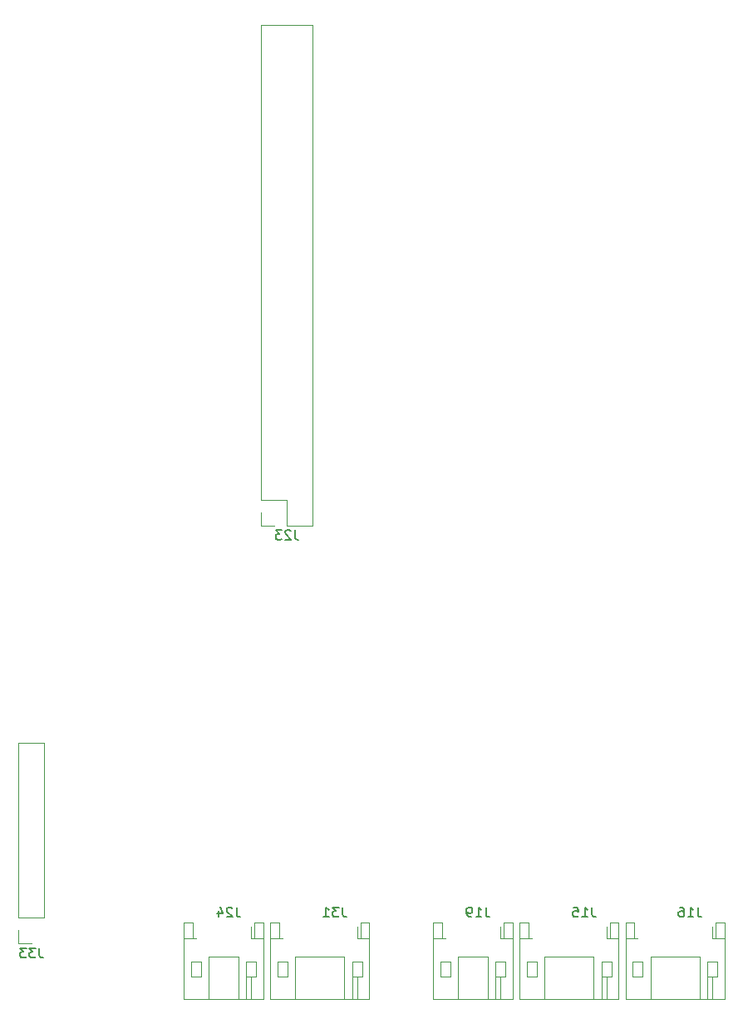
<source format=gbr>
G04 #@! TF.FileFunction,Legend,Bot*
%FSLAX46Y46*%
G04 Gerber Fmt 4.6, Leading zero omitted, Abs format (unit mm)*
G04 Created by KiCad (PCBNEW 4.0.7) date 03/02/18 17:19:26*
%MOMM*%
%LPD*%
G01*
G04 APERTURE LIST*
%ADD10C,0.100000*%
%ADD11C,0.120000*%
%ADD12C,0.150000*%
G04 APERTURE END LIST*
D10*
D11*
X166505000Y-162560000D02*
X166505000Y-158210000D01*
X166505000Y-158210000D02*
X161505000Y-158210000D01*
X161505000Y-158210000D02*
X161505000Y-162560000D01*
X167805000Y-156360000D02*
X168155000Y-156360000D01*
X168155000Y-156360000D02*
X168155000Y-154760000D01*
X168155000Y-154760000D02*
X169055000Y-154760000D01*
X169055000Y-154760000D02*
X169055000Y-162560000D01*
X169055000Y-162560000D02*
X158955000Y-162560000D01*
X158955000Y-162560000D02*
X158955000Y-154760000D01*
X158955000Y-154760000D02*
X159855000Y-154760000D01*
X159855000Y-154760000D02*
X159855000Y-156360000D01*
X159855000Y-156360000D02*
X160205000Y-156360000D01*
X169055000Y-156360000D02*
X168155000Y-156360000D01*
X158955000Y-156360000D02*
X159855000Y-156360000D01*
X168305000Y-158710000D02*
X168305000Y-160310000D01*
X168305000Y-160310000D02*
X167305000Y-160310000D01*
X167305000Y-160310000D02*
X167305000Y-158710000D01*
X167305000Y-158710000D02*
X168305000Y-158710000D01*
X159705000Y-158710000D02*
X159705000Y-160310000D01*
X159705000Y-160310000D02*
X160705000Y-160310000D01*
X160705000Y-160310000D02*
X160705000Y-158710000D01*
X160705000Y-158710000D02*
X159705000Y-158710000D01*
X167305000Y-160310000D02*
X167305000Y-162560000D01*
X167805000Y-160310000D02*
X167805000Y-162560000D01*
X167805000Y-156360000D02*
X167805000Y-155160000D01*
X177300000Y-162560000D02*
X177300000Y-158210000D01*
X177300000Y-158210000D02*
X172300000Y-158210000D01*
X172300000Y-158210000D02*
X172300000Y-162560000D01*
X178600000Y-156360000D02*
X178950000Y-156360000D01*
X178950000Y-156360000D02*
X178950000Y-154760000D01*
X178950000Y-154760000D02*
X179850000Y-154760000D01*
X179850000Y-154760000D02*
X179850000Y-162560000D01*
X179850000Y-162560000D02*
X169750000Y-162560000D01*
X169750000Y-162560000D02*
X169750000Y-154760000D01*
X169750000Y-154760000D02*
X170650000Y-154760000D01*
X170650000Y-154760000D02*
X170650000Y-156360000D01*
X170650000Y-156360000D02*
X171000000Y-156360000D01*
X179850000Y-156360000D02*
X178950000Y-156360000D01*
X169750000Y-156360000D02*
X170650000Y-156360000D01*
X179100000Y-158710000D02*
X179100000Y-160310000D01*
X179100000Y-160310000D02*
X178100000Y-160310000D01*
X178100000Y-160310000D02*
X178100000Y-158710000D01*
X178100000Y-158710000D02*
X179100000Y-158710000D01*
X170500000Y-158710000D02*
X170500000Y-160310000D01*
X170500000Y-160310000D02*
X171500000Y-160310000D01*
X171500000Y-160310000D02*
X171500000Y-158710000D01*
X171500000Y-158710000D02*
X170500000Y-158710000D01*
X178100000Y-160310000D02*
X178100000Y-162560000D01*
X178600000Y-160310000D02*
X178600000Y-162560000D01*
X178600000Y-156360000D02*
X178600000Y-155160000D01*
X155710000Y-162560000D02*
X155710000Y-158210000D01*
X155710000Y-158210000D02*
X152710000Y-158210000D01*
X152710000Y-158210000D02*
X152710000Y-162560000D01*
X157010000Y-156360000D02*
X157360000Y-156360000D01*
X157360000Y-156360000D02*
X157360000Y-154760000D01*
X157360000Y-154760000D02*
X158260000Y-154760000D01*
X158260000Y-154760000D02*
X158260000Y-162560000D01*
X158260000Y-162560000D02*
X150160000Y-162560000D01*
X150160000Y-162560000D02*
X150160000Y-154760000D01*
X150160000Y-154760000D02*
X151060000Y-154760000D01*
X151060000Y-154760000D02*
X151060000Y-156360000D01*
X151060000Y-156360000D02*
X151410000Y-156360000D01*
X158260000Y-156360000D02*
X157360000Y-156360000D01*
X150160000Y-156360000D02*
X151060000Y-156360000D01*
X157510000Y-158710000D02*
X157510000Y-160310000D01*
X157510000Y-160310000D02*
X156510000Y-160310000D01*
X156510000Y-160310000D02*
X156510000Y-158710000D01*
X156510000Y-158710000D02*
X157510000Y-158710000D01*
X150910000Y-158710000D02*
X150910000Y-160310000D01*
X150910000Y-160310000D02*
X151910000Y-160310000D01*
X151910000Y-160310000D02*
X151910000Y-158710000D01*
X151910000Y-158710000D02*
X150910000Y-158710000D01*
X156510000Y-160310000D02*
X156510000Y-162560000D01*
X157010000Y-160310000D02*
X157010000Y-162560000D01*
X157010000Y-156360000D02*
X157010000Y-155160000D01*
X130310000Y-162560000D02*
X130310000Y-158210000D01*
X130310000Y-158210000D02*
X127310000Y-158210000D01*
X127310000Y-158210000D02*
X127310000Y-162560000D01*
X131610000Y-156360000D02*
X131960000Y-156360000D01*
X131960000Y-156360000D02*
X131960000Y-154760000D01*
X131960000Y-154760000D02*
X132860000Y-154760000D01*
X132860000Y-154760000D02*
X132860000Y-162560000D01*
X132860000Y-162560000D02*
X124760000Y-162560000D01*
X124760000Y-162560000D02*
X124760000Y-154760000D01*
X124760000Y-154760000D02*
X125660000Y-154760000D01*
X125660000Y-154760000D02*
X125660000Y-156360000D01*
X125660000Y-156360000D02*
X126010000Y-156360000D01*
X132860000Y-156360000D02*
X131960000Y-156360000D01*
X124760000Y-156360000D02*
X125660000Y-156360000D01*
X132110000Y-158710000D02*
X132110000Y-160310000D01*
X132110000Y-160310000D02*
X131110000Y-160310000D01*
X131110000Y-160310000D02*
X131110000Y-158710000D01*
X131110000Y-158710000D02*
X132110000Y-158710000D01*
X125510000Y-158710000D02*
X125510000Y-160310000D01*
X125510000Y-160310000D02*
X126510000Y-160310000D01*
X126510000Y-160310000D02*
X126510000Y-158710000D01*
X126510000Y-158710000D02*
X125510000Y-158710000D01*
X131110000Y-160310000D02*
X131110000Y-162560000D01*
X131610000Y-160310000D02*
X131610000Y-162560000D01*
X131610000Y-156360000D02*
X131610000Y-155160000D01*
X141105000Y-162560000D02*
X141105000Y-158210000D01*
X141105000Y-158210000D02*
X136105000Y-158210000D01*
X136105000Y-158210000D02*
X136105000Y-162560000D01*
X142405000Y-156360000D02*
X142755000Y-156360000D01*
X142755000Y-156360000D02*
X142755000Y-154760000D01*
X142755000Y-154760000D02*
X143655000Y-154760000D01*
X143655000Y-154760000D02*
X143655000Y-162560000D01*
X143655000Y-162560000D02*
X133555000Y-162560000D01*
X133555000Y-162560000D02*
X133555000Y-154760000D01*
X133555000Y-154760000D02*
X134455000Y-154760000D01*
X134455000Y-154760000D02*
X134455000Y-156360000D01*
X134455000Y-156360000D02*
X134805000Y-156360000D01*
X143655000Y-156360000D02*
X142755000Y-156360000D01*
X133555000Y-156360000D02*
X134455000Y-156360000D01*
X142905000Y-158710000D02*
X142905000Y-160310000D01*
X142905000Y-160310000D02*
X141905000Y-160310000D01*
X141905000Y-160310000D02*
X141905000Y-158710000D01*
X141905000Y-158710000D02*
X142905000Y-158710000D01*
X134305000Y-158710000D02*
X134305000Y-160310000D01*
X134305000Y-160310000D02*
X135305000Y-160310000D01*
X135305000Y-160310000D02*
X135305000Y-158710000D01*
X135305000Y-158710000D02*
X134305000Y-158710000D01*
X141905000Y-160310000D02*
X141905000Y-162560000D01*
X142405000Y-160310000D02*
X142405000Y-162560000D01*
X142405000Y-156360000D02*
X142405000Y-155160000D01*
X107890000Y-154305000D02*
X107890000Y-136465000D01*
X107890000Y-136465000D02*
X110550000Y-136465000D01*
X110550000Y-136465000D02*
X110550000Y-154305000D01*
X110550000Y-154305000D02*
X107890000Y-154305000D01*
X107890000Y-155575000D02*
X107890000Y-156905000D01*
X107890000Y-156905000D02*
X109220000Y-156905000D01*
X132655000Y-63440000D02*
X137855000Y-63440000D01*
X132655000Y-111760000D02*
X132655000Y-63440000D01*
X137855000Y-114360000D02*
X137855000Y-63440000D01*
X132655000Y-111760000D02*
X135255000Y-111760000D01*
X135255000Y-111760000D02*
X135255000Y-114360000D01*
X135255000Y-114360000D02*
X137855000Y-114360000D01*
X132655000Y-113030000D02*
X132655000Y-114360000D01*
X132655000Y-114360000D02*
X133985000Y-114360000D01*
D12*
X166314523Y-153212381D02*
X166314523Y-153926667D01*
X166362143Y-154069524D01*
X166457381Y-154164762D01*
X166600238Y-154212381D01*
X166695476Y-154212381D01*
X165314523Y-154212381D02*
X165885952Y-154212381D01*
X165600238Y-154212381D02*
X165600238Y-153212381D01*
X165695476Y-153355238D01*
X165790714Y-153450476D01*
X165885952Y-153498095D01*
X164409761Y-153212381D02*
X164885952Y-153212381D01*
X164933571Y-153688571D01*
X164885952Y-153640952D01*
X164790714Y-153593333D01*
X164552618Y-153593333D01*
X164457380Y-153640952D01*
X164409761Y-153688571D01*
X164362142Y-153783810D01*
X164362142Y-154021905D01*
X164409761Y-154117143D01*
X164457380Y-154164762D01*
X164552618Y-154212381D01*
X164790714Y-154212381D01*
X164885952Y-154164762D01*
X164933571Y-154117143D01*
X177109523Y-153212381D02*
X177109523Y-153926667D01*
X177157143Y-154069524D01*
X177252381Y-154164762D01*
X177395238Y-154212381D01*
X177490476Y-154212381D01*
X176109523Y-154212381D02*
X176680952Y-154212381D01*
X176395238Y-154212381D02*
X176395238Y-153212381D01*
X176490476Y-153355238D01*
X176585714Y-153450476D01*
X176680952Y-153498095D01*
X175252380Y-153212381D02*
X175442857Y-153212381D01*
X175538095Y-153260000D01*
X175585714Y-153307619D01*
X175680952Y-153450476D01*
X175728571Y-153640952D01*
X175728571Y-154021905D01*
X175680952Y-154117143D01*
X175633333Y-154164762D01*
X175538095Y-154212381D01*
X175347618Y-154212381D01*
X175252380Y-154164762D01*
X175204761Y-154117143D01*
X175157142Y-154021905D01*
X175157142Y-153783810D01*
X175204761Y-153688571D01*
X175252380Y-153640952D01*
X175347618Y-153593333D01*
X175538095Y-153593333D01*
X175633333Y-153640952D01*
X175680952Y-153688571D01*
X175728571Y-153783810D01*
X155519523Y-153212381D02*
X155519523Y-153926667D01*
X155567143Y-154069524D01*
X155662381Y-154164762D01*
X155805238Y-154212381D01*
X155900476Y-154212381D01*
X154519523Y-154212381D02*
X155090952Y-154212381D01*
X154805238Y-154212381D02*
X154805238Y-153212381D01*
X154900476Y-153355238D01*
X154995714Y-153450476D01*
X155090952Y-153498095D01*
X154043333Y-154212381D02*
X153852857Y-154212381D01*
X153757618Y-154164762D01*
X153709999Y-154117143D01*
X153614761Y-153974286D01*
X153567142Y-153783810D01*
X153567142Y-153402857D01*
X153614761Y-153307619D01*
X153662380Y-153260000D01*
X153757618Y-153212381D01*
X153948095Y-153212381D01*
X154043333Y-153260000D01*
X154090952Y-153307619D01*
X154138571Y-153402857D01*
X154138571Y-153640952D01*
X154090952Y-153736190D01*
X154043333Y-153783810D01*
X153948095Y-153831429D01*
X153757618Y-153831429D01*
X153662380Y-153783810D01*
X153614761Y-153736190D01*
X153567142Y-153640952D01*
X130119523Y-153212381D02*
X130119523Y-153926667D01*
X130167143Y-154069524D01*
X130262381Y-154164762D01*
X130405238Y-154212381D01*
X130500476Y-154212381D01*
X129690952Y-153307619D02*
X129643333Y-153260000D01*
X129548095Y-153212381D01*
X129309999Y-153212381D01*
X129214761Y-153260000D01*
X129167142Y-153307619D01*
X129119523Y-153402857D01*
X129119523Y-153498095D01*
X129167142Y-153640952D01*
X129738571Y-154212381D01*
X129119523Y-154212381D01*
X128262380Y-153545714D02*
X128262380Y-154212381D01*
X128500476Y-153164762D02*
X128738571Y-153879048D01*
X128119523Y-153879048D01*
X140914523Y-153212381D02*
X140914523Y-153926667D01*
X140962143Y-154069524D01*
X141057381Y-154164762D01*
X141200238Y-154212381D01*
X141295476Y-154212381D01*
X140533571Y-153212381D02*
X139914523Y-153212381D01*
X140247857Y-153593333D01*
X140104999Y-153593333D01*
X140009761Y-153640952D01*
X139962142Y-153688571D01*
X139914523Y-153783810D01*
X139914523Y-154021905D01*
X139962142Y-154117143D01*
X140009761Y-154164762D01*
X140104999Y-154212381D01*
X140390714Y-154212381D01*
X140485952Y-154164762D01*
X140533571Y-154117143D01*
X138962142Y-154212381D02*
X139533571Y-154212381D01*
X139247857Y-154212381D02*
X139247857Y-153212381D01*
X139343095Y-153355238D01*
X139438333Y-153450476D01*
X139533571Y-153498095D01*
X110029523Y-157357381D02*
X110029523Y-158071667D01*
X110077143Y-158214524D01*
X110172381Y-158309762D01*
X110315238Y-158357381D01*
X110410476Y-158357381D01*
X109648571Y-157357381D02*
X109029523Y-157357381D01*
X109362857Y-157738333D01*
X109219999Y-157738333D01*
X109124761Y-157785952D01*
X109077142Y-157833571D01*
X109029523Y-157928810D01*
X109029523Y-158166905D01*
X109077142Y-158262143D01*
X109124761Y-158309762D01*
X109219999Y-158357381D01*
X109505714Y-158357381D01*
X109600952Y-158309762D01*
X109648571Y-158262143D01*
X108696190Y-157357381D02*
X108077142Y-157357381D01*
X108410476Y-157738333D01*
X108267618Y-157738333D01*
X108172380Y-157785952D01*
X108124761Y-157833571D01*
X108077142Y-157928810D01*
X108077142Y-158166905D01*
X108124761Y-158262143D01*
X108172380Y-158309762D01*
X108267618Y-158357381D01*
X108553333Y-158357381D01*
X108648571Y-158309762D01*
X108696190Y-158262143D01*
X136064523Y-114812381D02*
X136064523Y-115526667D01*
X136112143Y-115669524D01*
X136207381Y-115764762D01*
X136350238Y-115812381D01*
X136445476Y-115812381D01*
X135635952Y-114907619D02*
X135588333Y-114860000D01*
X135493095Y-114812381D01*
X135254999Y-114812381D01*
X135159761Y-114860000D01*
X135112142Y-114907619D01*
X135064523Y-115002857D01*
X135064523Y-115098095D01*
X135112142Y-115240952D01*
X135683571Y-115812381D01*
X135064523Y-115812381D01*
X134731190Y-114812381D02*
X134112142Y-114812381D01*
X134445476Y-115193333D01*
X134302618Y-115193333D01*
X134207380Y-115240952D01*
X134159761Y-115288571D01*
X134112142Y-115383810D01*
X134112142Y-115621905D01*
X134159761Y-115717143D01*
X134207380Y-115764762D01*
X134302618Y-115812381D01*
X134588333Y-115812381D01*
X134683571Y-115764762D01*
X134731190Y-115717143D01*
M02*

</source>
